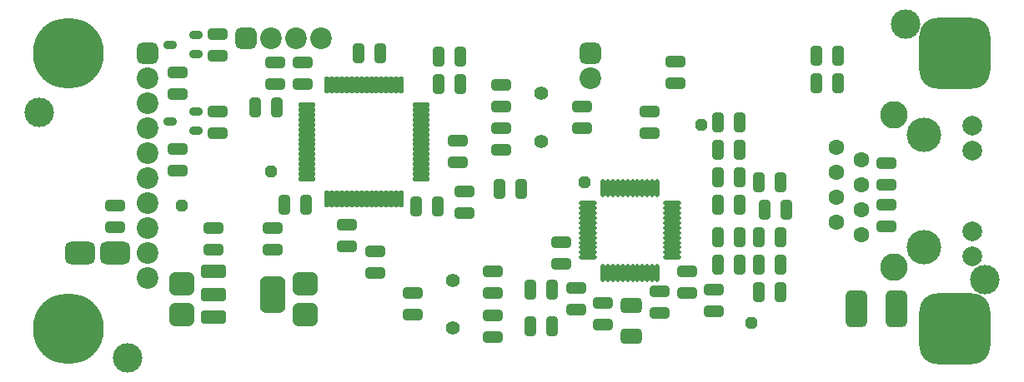
<source format=gbs>
G04*
G04 #@! TF.GenerationSoftware,Altium Limited,Altium Designer,22.11.1 (43)*
G04*
G04 Layer_Color=16711935*
%FSLAX44Y44*%
%MOMM*%
G71*
G04*
G04 #@! TF.SameCoordinates,DE08DE9B-F6C2-4E1B-A14B-2B9FB2CCB798*
G04*
G04*
G04 #@! TF.FilePolarity,Negative*
G04*
G01*
G75*
G04:AMPARAMS|DCode=16|XSize=2.2mm|YSize=2.2mm|CornerRadius=0.6mm|HoleSize=0mm|Usage=FLASHONLY|Rotation=270.000|XOffset=0mm|YOffset=0mm|HoleType=Round|Shape=RoundedRectangle|*
%AMROUNDEDRECTD16*
21,1,2.2000,1.0000,0,0,270.0*
21,1,1.0000,2.2000,0,0,270.0*
1,1,1.2000,-0.5000,-0.5000*
1,1,1.2000,-0.5000,0.5000*
1,1,1.2000,0.5000,0.5000*
1,1,1.2000,0.5000,-0.5000*
%
%ADD16ROUNDEDRECTD16*%
%ADD17C,2.2000*%
%ADD18C,2.0000*%
%ADD19C,1.6000*%
%ADD20C,3.5000*%
%ADD21C,2.8000*%
%ADD22C,1.4000*%
G04:AMPARAMS|DCode=23|XSize=2.2mm|YSize=2.2mm|CornerRadius=0.6mm|HoleSize=0mm|Usage=FLASHONLY|Rotation=0.000|XOffset=0mm|YOffset=0mm|HoleType=Round|Shape=RoundedRectangle|*
%AMROUNDEDRECTD23*
21,1,2.2000,1.0000,0,0,0.0*
21,1,1.0000,2.2000,0,0,0.0*
1,1,1.2000,0.5000,-0.5000*
1,1,1.2000,-0.5000,-0.5000*
1,1,1.2000,-0.5000,0.5000*
1,1,1.2000,0.5000,0.5000*
%
%ADD23ROUNDEDRECTD23*%
G04:AMPARAMS|DCode=24|XSize=1.2mm|YSize=1.2mm|CornerRadius=0mm|HoleSize=0mm|Usage=FLASHONLY|Rotation=90.000|XOffset=0mm|YOffset=0mm|HoleType=Round|Shape=Octagon|*
%AMOCTAGOND24*
4,1,8,0.3000,0.6000,-0.3000,0.6000,-0.6000,0.3000,-0.6000,-0.3000,-0.3000,-0.6000,0.3000,-0.6000,0.6000,-0.3000,0.6000,0.3000,0.3000,0.6000,0.0*
%
%ADD24OCTAGOND24*%

%ADD25C,7.2000*%
G04:AMPARAMS|DCode=26|XSize=7.2mm|YSize=7.2mm|CornerRadius=1.85mm|HoleSize=0mm|Usage=FLASHONLY|Rotation=0.000|XOffset=0mm|YOffset=0mm|HoleType=Round|Shape=RoundedRectangle|*
%AMROUNDEDRECTD26*
21,1,7.2000,3.5000,0,0,0.0*
21,1,3.5000,7.2000,0,0,0.0*
1,1,3.7000,1.7500,-1.7500*
1,1,3.7000,-1.7500,-1.7500*
1,1,3.7000,-1.7500,1.7500*
1,1,3.7000,1.7500,1.7500*
%
%ADD26ROUNDEDRECTD26*%
G04:AMPARAMS|DCode=27|XSize=1.2mm|YSize=1.2mm|CornerRadius=0mm|HoleSize=0mm|Usage=FLASHONLY|Rotation=0.000|XOffset=0mm|YOffset=0mm|HoleType=Round|Shape=Octagon|*
%AMOCTAGOND27*
4,1,8,0.6000,-0.3000,0.6000,0.3000,0.3000,0.6000,-0.3000,0.6000,-0.6000,0.3000,-0.6000,-0.3000,-0.3000,-0.6000,0.3000,-0.6000,0.6000,-0.3000,0.0*
%
%ADD27OCTAGOND27*%

G04:AMPARAMS|DCode=60|XSize=2mm|YSize=1.2mm|CornerRadius=0.35mm|HoleSize=0mm|Usage=FLASHONLY|Rotation=90.000|XOffset=0mm|YOffset=0mm|HoleType=Round|Shape=RoundedRectangle|*
%AMROUNDEDRECTD60*
21,1,2.0000,0.5000,0,0,90.0*
21,1,1.3000,1.2000,0,0,90.0*
1,1,0.7000,0.2500,0.6500*
1,1,0.7000,0.2500,-0.6500*
1,1,0.7000,-0.2500,-0.6500*
1,1,0.7000,-0.2500,0.6500*
%
%ADD60ROUNDEDRECTD60*%
G04:AMPARAMS|DCode=61|XSize=2mm|YSize=1.2mm|CornerRadius=0.35mm|HoleSize=0mm|Usage=FLASHONLY|Rotation=180.000|XOffset=0mm|YOffset=0mm|HoleType=Round|Shape=RoundedRectangle|*
%AMROUNDEDRECTD61*
21,1,2.0000,0.5000,0,0,180.0*
21,1,1.3000,1.2000,0,0,180.0*
1,1,0.7000,-0.6500,0.2500*
1,1,0.7000,0.6500,0.2500*
1,1,0.7000,0.6500,-0.2500*
1,1,0.7000,-0.6500,-0.2500*
%
%ADD61ROUNDEDRECTD61*%
%ADD62O,1.8000X0.5000*%
%ADD63O,0.5000X1.8000*%
G04:AMPARAMS|DCode=64|XSize=3.8mm|YSize=2.2mm|CornerRadius=0.6mm|HoleSize=0mm|Usage=FLASHONLY|Rotation=270.000|XOffset=0mm|YOffset=0mm|HoleType=Round|Shape=RoundedRectangle|*
%AMROUNDEDRECTD64*
21,1,3.8000,1.0000,0,0,270.0*
21,1,2.6000,2.2000,0,0,270.0*
1,1,1.2000,-0.5000,-1.3000*
1,1,1.2000,-0.5000,1.3000*
1,1,1.2000,0.5000,1.3000*
1,1,1.2000,0.5000,-1.3000*
%
%ADD64ROUNDEDRECTD64*%
G04:AMPARAMS|DCode=65|XSize=2.2mm|YSize=1.6mm|CornerRadius=0.45mm|HoleSize=0mm|Usage=FLASHONLY|Rotation=180.000|XOffset=0mm|YOffset=0mm|HoleType=Round|Shape=RoundedRectangle|*
%AMROUNDEDRECTD65*
21,1,2.2000,0.7000,0,0,180.0*
21,1,1.3000,1.6000,0,0,180.0*
1,1,0.9000,-0.6500,0.3500*
1,1,0.9000,0.6500,0.3500*
1,1,0.9000,0.6500,-0.3500*
1,1,0.9000,-0.6500,-0.3500*
%
%ADD65ROUNDEDRECTD65*%
G04:AMPARAMS|DCode=66|XSize=0.8mm|YSize=1.3mm|CornerRadius=0.25mm|HoleSize=0mm|Usage=FLASHONLY|Rotation=90.000|XOffset=0mm|YOffset=0mm|HoleType=Round|Shape=RoundedRectangle|*
%AMROUNDEDRECTD66*
21,1,0.8000,0.8000,0,0,90.0*
21,1,0.3000,1.3000,0,0,90.0*
1,1,0.5000,0.4000,0.1500*
1,1,0.5000,0.4000,-0.1500*
1,1,0.5000,-0.4000,-0.1500*
1,1,0.5000,-0.4000,0.1500*
%
%ADD66ROUNDEDRECTD66*%
G04:AMPARAMS|DCode=67|XSize=2.4mm|YSize=2.6mm|CornerRadius=0.65mm|HoleSize=0mm|Usage=FLASHONLY|Rotation=270.000|XOffset=0mm|YOffset=0mm|HoleType=Round|Shape=RoundedRectangle|*
%AMROUNDEDRECTD67*
21,1,2.4000,1.3000,0,0,270.0*
21,1,1.1000,2.6000,0,0,270.0*
1,1,1.3000,-0.6500,-0.5500*
1,1,1.3000,-0.6500,0.5500*
1,1,1.3000,0.6500,0.5500*
1,1,1.3000,0.6500,-0.5500*
%
%ADD67ROUNDEDRECTD67*%
G04:AMPARAMS|DCode=68|XSize=0.5mm|YSize=1.8mm|CornerRadius=0.175mm|HoleSize=0mm|Usage=FLASHONLY|Rotation=90.000|XOffset=0mm|YOffset=0mm|HoleType=Round|Shape=RoundedRectangle|*
%AMROUNDEDRECTD68*
21,1,0.5000,1.4500,0,0,90.0*
21,1,0.1500,1.8000,0,0,90.0*
1,1,0.3500,0.7250,0.0750*
1,1,0.3500,0.7250,-0.0750*
1,1,0.3500,-0.7250,-0.0750*
1,1,0.3500,-0.7250,0.0750*
%
%ADD68ROUNDEDRECTD68*%
G04:AMPARAMS|DCode=69|XSize=0.5mm|YSize=1.8mm|CornerRadius=0.175mm|HoleSize=0mm|Usage=FLASHONLY|Rotation=180.000|XOffset=0mm|YOffset=0mm|HoleType=Round|Shape=RoundedRectangle|*
%AMROUNDEDRECTD69*
21,1,0.5000,1.4500,0,0,180.0*
21,1,0.1500,1.8000,0,0,180.0*
1,1,0.3500,-0.0750,0.7250*
1,1,0.3500,0.0750,0.7250*
1,1,0.3500,0.0750,-0.7250*
1,1,0.3500,-0.0750,-0.7250*
%
%ADD69ROUNDEDRECTD69*%
G04:AMPARAMS|DCode=70|XSize=2.3mm|YSize=3.1mm|CornerRadius=0.625mm|HoleSize=0mm|Usage=FLASHONLY|Rotation=90.000|XOffset=0mm|YOffset=0mm|HoleType=Round|Shape=RoundedRectangle|*
%AMROUNDEDRECTD70*
21,1,2.3000,1.8500,0,0,90.0*
21,1,1.0500,3.1000,0,0,90.0*
1,1,1.2500,0.9250,0.5250*
1,1,1.2500,0.9250,-0.5250*
1,1,1.2500,-0.9250,-0.5250*
1,1,1.2500,-0.9250,0.5250*
%
%ADD70ROUNDEDRECTD70*%
G04:AMPARAMS|DCode=71|XSize=3.8mm|YSize=2.6mm|CornerRadius=0.7mm|HoleSize=0mm|Usage=FLASHONLY|Rotation=270.000|XOffset=0mm|YOffset=0mm|HoleType=Round|Shape=RoundedRectangle|*
%AMROUNDEDRECTD71*
21,1,3.8000,1.2000,0,0,270.0*
21,1,2.4000,2.6000,0,0,270.0*
1,1,1.4000,-0.6000,-1.2000*
1,1,1.4000,-0.6000,1.2000*
1,1,1.4000,0.6000,1.2000*
1,1,1.4000,0.6000,-1.2000*
%
%ADD71ROUNDEDRECTD71*%
G04:AMPARAMS|DCode=72|XSize=1.4mm|YSize=2.6mm|CornerRadius=0.4mm|HoleSize=0mm|Usage=FLASHONLY|Rotation=270.000|XOffset=0mm|YOffset=0mm|HoleType=Round|Shape=RoundedRectangle|*
%AMROUNDEDRECTD72*
21,1,1.4000,1.8000,0,0,270.0*
21,1,0.6000,2.6000,0,0,270.0*
1,1,0.8000,-0.9000,-0.3000*
1,1,0.8000,-0.9000,0.3000*
1,1,0.8000,0.9000,0.3000*
1,1,0.8000,0.9000,-0.3000*
%
%ADD72ROUNDEDRECTD72*%
%ADD73C,3.0000*%
D16*
X580000Y330000D02*
D03*
X130000D02*
D03*
D17*
X580000Y304600D02*
D03*
X130000D02*
D03*
Y253800D02*
D03*
Y228400D02*
D03*
Y279200D02*
D03*
Y177600D02*
D03*
Y152200D02*
D03*
Y203000D02*
D03*
Y126800D02*
D03*
Y101400D02*
D03*
X255400Y345000D02*
D03*
X306200D02*
D03*
X280800D02*
D03*
D18*
X967500Y230900D02*
D03*
Y256300D02*
D03*
Y149100D02*
D03*
Y123700D02*
D03*
D19*
X829600Y234450D02*
D03*
X855000Y221750D02*
D03*
X829600Y209050D02*
D03*
X855000Y196350D02*
D03*
X829600Y183650D02*
D03*
X855000Y170950D02*
D03*
X829600Y158250D02*
D03*
X855000Y145550D02*
D03*
D20*
X918500Y247150D02*
D03*
Y132850D02*
D03*
D21*
X888000Y267450D02*
D03*
Y112550D02*
D03*
D22*
X530000Y240600D02*
D03*
Y289400D02*
D03*
X440000Y50600D02*
D03*
Y99400D02*
D03*
D23*
X230000Y345000D02*
D03*
D24*
X573720Y198720D02*
D03*
X743000Y56000D02*
D03*
X692681Y257564D02*
D03*
X255000Y210000D02*
D03*
D25*
X50000Y50000D02*
D03*
Y330000D02*
D03*
D26*
X950000D02*
D03*
Y50000D02*
D03*
D27*
X165000Y175000D02*
D03*
D60*
X751000Y199000D02*
D03*
X773000D02*
D03*
X403000Y174000D02*
D03*
X425000D02*
D03*
X239000Y275000D02*
D03*
X261000D02*
D03*
X448000Y299000D02*
D03*
X426000D02*
D03*
X366000Y330000D02*
D03*
X344000D02*
D03*
X269000Y176000D02*
D03*
X291000D02*
D03*
X751000Y143000D02*
D03*
X773000D02*
D03*
Y87000D02*
D03*
X751000D02*
D03*
Y115000D02*
D03*
X773000D02*
D03*
X709000Y204000D02*
D03*
X731000D02*
D03*
Y176000D02*
D03*
X709000D02*
D03*
X757000Y171000D02*
D03*
X779000D02*
D03*
X709000Y143000D02*
D03*
X731000D02*
D03*
X541000Y52500D02*
D03*
X519000D02*
D03*
X541000Y90000D02*
D03*
X519000D02*
D03*
X709000Y232000D02*
D03*
X731000D02*
D03*
Y260000D02*
D03*
X709000D02*
D03*
X509000Y192000D02*
D03*
X487000D02*
D03*
X831000Y300000D02*
D03*
X809000D02*
D03*
X448000Y327000D02*
D03*
X426000D02*
D03*
X731000Y115000D02*
D03*
X709000D02*
D03*
X831000Y328000D02*
D03*
X809000D02*
D03*
D61*
X361000Y129000D02*
D03*
Y107000D02*
D03*
X260000Y299000D02*
D03*
Y321000D02*
D03*
X489000Y276000D02*
D03*
Y298000D02*
D03*
Y254000D02*
D03*
Y232000D02*
D03*
X445000Y241000D02*
D03*
Y219000D02*
D03*
X288000Y299000D02*
D03*
Y321000D02*
D03*
X571000Y254000D02*
D03*
Y276000D02*
D03*
X332500Y156000D02*
D03*
Y134000D02*
D03*
X452000Y168000D02*
D03*
Y190000D02*
D03*
X592500Y76000D02*
D03*
Y54000D02*
D03*
X677500Y108500D02*
D03*
Y86500D02*
D03*
X705000Y68000D02*
D03*
Y90000D02*
D03*
X650000Y88000D02*
D03*
Y66000D02*
D03*
X565000Y91000D02*
D03*
Y69000D02*
D03*
X481000Y108500D02*
D03*
Y86500D02*
D03*
X550000Y138000D02*
D03*
Y116000D02*
D03*
X399000Y86000D02*
D03*
Y64000D02*
D03*
X481000Y41500D02*
D03*
Y63500D02*
D03*
X161000Y233000D02*
D03*
Y211000D02*
D03*
X257000Y130000D02*
D03*
Y152000D02*
D03*
X197000Y130000D02*
D03*
Y152000D02*
D03*
X201000Y249000D02*
D03*
Y271000D02*
D03*
X201000Y328000D02*
D03*
Y350000D02*
D03*
X880000Y196000D02*
D03*
Y218000D02*
D03*
Y176000D02*
D03*
Y154000D02*
D03*
X666000Y300000D02*
D03*
Y322000D02*
D03*
X640000Y249000D02*
D03*
Y271000D02*
D03*
X97000Y153000D02*
D03*
Y175000D02*
D03*
X161000Y311000D02*
D03*
Y289000D02*
D03*
D62*
X408000Y212500D02*
D03*
Y217500D02*
D03*
Y202500D02*
D03*
Y207500D02*
D03*
Y232500D02*
D03*
Y222500D02*
D03*
Y227500D02*
D03*
Y237500D02*
D03*
Y252500D02*
D03*
Y242500D02*
D03*
Y247500D02*
D03*
Y257500D02*
D03*
Y272500D02*
D03*
Y277500D02*
D03*
Y262500D02*
D03*
Y267500D02*
D03*
X292000Y202500D02*
D03*
Y207500D02*
D03*
Y212500D02*
D03*
Y217500D02*
D03*
Y222500D02*
D03*
Y227500D02*
D03*
Y237500D02*
D03*
Y232500D02*
D03*
Y252500D02*
D03*
Y242500D02*
D03*
Y247500D02*
D03*
Y267500D02*
D03*
Y272500D02*
D03*
Y257500D02*
D03*
Y262500D02*
D03*
Y277500D02*
D03*
D63*
X382500Y182000D02*
D03*
X387500D02*
D03*
X377500D02*
D03*
X362500D02*
D03*
X367500D02*
D03*
X352500D02*
D03*
X357500D02*
D03*
X372500D02*
D03*
X387500Y298000D02*
D03*
X377500D02*
D03*
X382500D02*
D03*
X362500D02*
D03*
X367500D02*
D03*
X352500D02*
D03*
X357500D02*
D03*
X372500D02*
D03*
X347500Y182000D02*
D03*
X342500D02*
D03*
X327500D02*
D03*
X332500D02*
D03*
X317500D02*
D03*
X322500D02*
D03*
X337500D02*
D03*
X312500D02*
D03*
X347500Y298000D02*
D03*
X337500D02*
D03*
X342500D02*
D03*
X327500D02*
D03*
X332500D02*
D03*
X317500D02*
D03*
X322500D02*
D03*
X312500D02*
D03*
D64*
X890000Y70000D02*
D03*
X850000D02*
D03*
D65*
X621000Y42000D02*
D03*
Y74000D02*
D03*
D66*
X153000Y261000D02*
D03*
X179000Y270500D02*
D03*
Y251500D02*
D03*
X179000Y329500D02*
D03*
Y348500D02*
D03*
X153000Y339000D02*
D03*
D67*
X290000Y64000D02*
D03*
Y96000D02*
D03*
X165000Y64000D02*
D03*
Y96000D02*
D03*
D68*
X577000Y122500D02*
D03*
Y127500D02*
D03*
Y132500D02*
D03*
Y137500D02*
D03*
Y142500D02*
D03*
Y147500D02*
D03*
Y152500D02*
D03*
Y157500D02*
D03*
Y162500D02*
D03*
Y167500D02*
D03*
Y172500D02*
D03*
Y177500D02*
D03*
X663000D02*
D03*
Y172500D02*
D03*
Y167500D02*
D03*
Y162500D02*
D03*
Y157500D02*
D03*
Y152500D02*
D03*
Y147500D02*
D03*
Y142500D02*
D03*
Y137500D02*
D03*
Y132500D02*
D03*
Y127500D02*
D03*
Y122500D02*
D03*
D69*
X647500Y107000D02*
D03*
X642500D02*
D03*
X637500D02*
D03*
X632500D02*
D03*
X627500D02*
D03*
X622500D02*
D03*
X617500D02*
D03*
X612500D02*
D03*
X607500D02*
D03*
X602500D02*
D03*
X597500D02*
D03*
X592500D02*
D03*
Y193000D02*
D03*
X597500D02*
D03*
X602500D02*
D03*
X607500D02*
D03*
X612500D02*
D03*
X617500D02*
D03*
X622500D02*
D03*
X627500D02*
D03*
X632500D02*
D03*
X637500D02*
D03*
X642500D02*
D03*
X647500D02*
D03*
D70*
X61220Y127000D02*
D03*
X96780D02*
D03*
D71*
X257000Y85000D02*
D03*
D72*
X197000Y62000D02*
D03*
Y85000D02*
D03*
Y108000D02*
D03*
D73*
X110000Y20000D02*
D03*
X20000Y270000D02*
D03*
X980000Y100000D02*
D03*
X900000Y360000D02*
D03*
M02*

</source>
